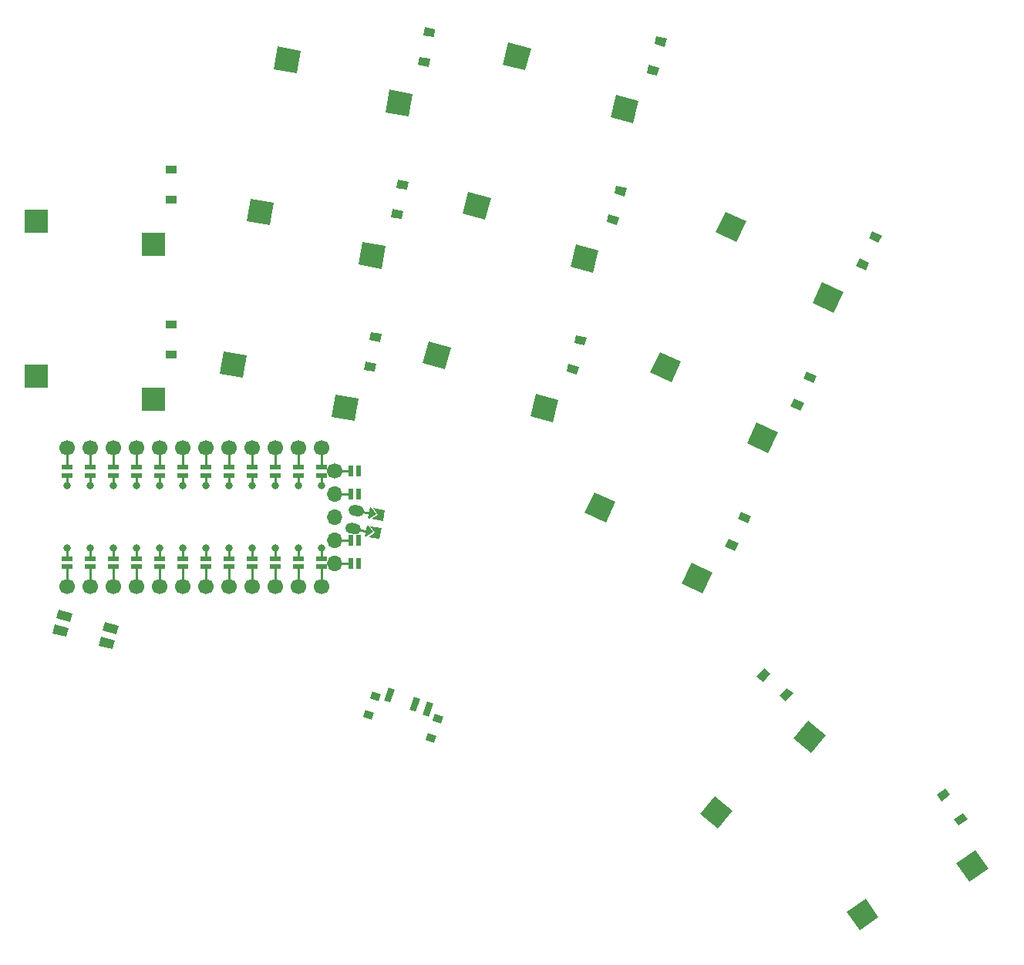
<source format=gtl>
G04 #@! TF.GenerationSoftware,KiCad,Pcbnew,8.0.8+1*
G04 #@! TF.CreationDate,2025-05-19T02:25:48+00:00*
G04 #@! TF.ProjectId,mearchlar_wireless,6d656172-6368-46c6-9172-5f776972656c,0.2*
G04 #@! TF.SameCoordinates,Original*
G04 #@! TF.FileFunction,Copper,L1,Top*
G04 #@! TF.FilePolarity,Positive*
%FSLAX46Y46*%
G04 Gerber Fmt 4.6, Leading zero omitted, Abs format (unit mm)*
G04 Created by KiCad (PCBNEW 8.0.8+1) date 2025-05-19 02:25:48*
%MOMM*%
%LPD*%
G01*
G04 APERTURE LIST*
G04 #@! TA.AperFunction,SMDPad,CuDef*
%ADD10R,2.550000X2.500000*%
G04 #@! TD*
G04 #@! TA.AperFunction,SMDPad,CuDef*
%ADD11R,1.200000X0.900000*%
G04 #@! TD*
G04 #@! TA.AperFunction,ComponentPad*
%ADD12C,1.700000*%
G04 #@! TD*
G04 #@! TA.AperFunction,ComponentPad*
%ADD13C,0.800000*%
G04 #@! TD*
G04 #@! TA.AperFunction,SMDPad,CuDef*
%ADD14R,1.200000X0.600000*%
G04 #@! TD*
G04 #@! TA.AperFunction,SMDPad,CuDef*
%ADD15R,0.600000X1.200000*%
G04 #@! TD*
G04 #@! TA.AperFunction,ComponentPad*
%ADD16O,1.700000X1.700000*%
G04 #@! TD*
G04 #@! TA.AperFunction,Conductor*
%ADD17C,0.250000*%
G04 #@! TD*
G04 APERTURE END LIST*
D10*
X92915000Y-85540000D03*
X105842000Y-88080000D03*
X92915000Y-68540000D03*
X105842000Y-71080000D03*
G04 #@! TA.AperFunction,SMDPad,CuDef*
G36*
X116054261Y-83261506D02*
G01*
X115620141Y-85723525D01*
X113108881Y-85280722D01*
X113543001Y-82818703D01*
X116054261Y-83261506D01*
G37*
G04 #@! TD.AperFunction*
G04 #@! TA.AperFunction,SMDPad,CuDef*
G36*
X128343804Y-88007668D02*
G01*
X127909684Y-90469687D01*
X125398424Y-90026884D01*
X125832544Y-87564865D01*
X128343804Y-88007668D01*
G37*
G04 #@! TD.AperFunction*
G04 #@! TA.AperFunction,SMDPad,CuDef*
G36*
X119006280Y-66519774D02*
G01*
X118572160Y-68981793D01*
X116060900Y-68538990D01*
X116495020Y-66076971D01*
X119006280Y-66519774D01*
G37*
G04 #@! TD.AperFunction*
G04 #@! TA.AperFunction,SMDPad,CuDef*
G36*
X131295823Y-71265936D02*
G01*
X130861703Y-73727955D01*
X128350443Y-73285152D01*
X128784563Y-70823133D01*
X131295823Y-71265936D01*
G37*
G04 #@! TD.AperFunction*
G04 #@! TA.AperFunction,SMDPad,CuDef*
G36*
X121958299Y-49778042D02*
G01*
X121524179Y-52240061D01*
X119012919Y-51797258D01*
X119447039Y-49335239D01*
X121958299Y-49778042D01*
G37*
G04 #@! TD.AperFunction*
G04 #@! TA.AperFunction,SMDPad,CuDef*
G36*
X134247842Y-54524204D02*
G01*
X133813722Y-56986223D01*
X131302462Y-56543420D01*
X131736582Y-54081401D01*
X134247842Y-54524204D01*
G37*
G04 #@! TD.AperFunction*
G04 #@! TA.AperFunction,SMDPad,CuDef*
G36*
X138457869Y-82377133D02*
G01*
X137810822Y-84791948D01*
X135347711Y-84131959D01*
X135994758Y-81717144D01*
X138457869Y-82377133D01*
G37*
G04 #@! TD.AperFunction*
G04 #@! TA.AperFunction,SMDPad,CuDef*
G36*
X150286992Y-88176338D02*
G01*
X149639945Y-90591153D01*
X147176834Y-89931164D01*
X147823881Y-87516349D01*
X150286992Y-88176338D01*
G37*
G04 #@! TD.AperFunction*
G04 #@! TA.AperFunction,SMDPad,CuDef*
G36*
X142857793Y-65956394D02*
G01*
X142210746Y-68371209D01*
X139747635Y-67711220D01*
X140394682Y-65296405D01*
X142857793Y-65956394D01*
G37*
G04 #@! TD.AperFunction*
G04 #@! TA.AperFunction,SMDPad,CuDef*
G36*
X154686916Y-71755599D02*
G01*
X154039869Y-74170414D01*
X151576758Y-73510425D01*
X152223805Y-71095610D01*
X154686916Y-71755599D01*
G37*
G04 #@! TD.AperFunction*
G04 #@! TA.AperFunction,SMDPad,CuDef*
G36*
X147257717Y-49535655D02*
G01*
X146610670Y-51950470D01*
X144147559Y-51290481D01*
X144794606Y-48875666D01*
X147257717Y-49535655D01*
G37*
G04 #@! TD.AperFunction*
G04 #@! TA.AperFunction,SMDPad,CuDef*
G36*
X159086840Y-55334860D02*
G01*
X158439793Y-57749675D01*
X155976682Y-57089686D01*
X156623729Y-54674871D01*
X159086840Y-55334860D01*
G37*
G04 #@! TD.AperFunction*
G04 #@! TA.AperFunction,SMDPad,CuDef*
G36*
X156543375Y-99358125D02*
G01*
X155486830Y-101623894D01*
X153175745Y-100546217D01*
X154232290Y-98280448D01*
X156543375Y-99358125D01*
G37*
G04 #@! TD.AperFunction*
G04 #@! TA.AperFunction,SMDPad,CuDef*
G36*
X167185765Y-107123333D02*
G01*
X166129220Y-109389102D01*
X163818135Y-108311425D01*
X164874680Y-106045656D01*
X167185765Y-107123333D01*
G37*
G04 #@! TD.AperFunction*
G04 #@! TA.AperFunction,SMDPad,CuDef*
G36*
X163727885Y-83950893D02*
G01*
X162671340Y-86216662D01*
X160360255Y-85138985D01*
X161416800Y-82873216D01*
X163727885Y-83950893D01*
G37*
G04 #@! TD.AperFunction*
G04 #@! TA.AperFunction,SMDPad,CuDef*
G36*
X174370275Y-91716101D02*
G01*
X173313730Y-93981870D01*
X171002645Y-92904193D01*
X172059190Y-90638424D01*
X174370275Y-91716101D01*
G37*
G04 #@! TD.AperFunction*
G04 #@! TA.AperFunction,SMDPad,CuDef*
G36*
X170912396Y-68543660D02*
G01*
X169855851Y-70809429D01*
X167544766Y-69731752D01*
X168601311Y-67465983D01*
X170912396Y-68543660D01*
G37*
G04 #@! TD.AperFunction*
G04 #@! TA.AperFunction,SMDPad,CuDef*
G36*
X181554786Y-76308868D02*
G01*
X180498241Y-78574637D01*
X178187156Y-77496960D01*
X179243701Y-75231191D01*
X181554786Y-76308868D01*
G37*
G04 #@! TD.AperFunction*
G04 #@! TA.AperFunction,SMDPad,CuDef*
G36*
X167468978Y-131657599D02*
G01*
X169384089Y-133264568D01*
X167744980Y-135217981D01*
X165829869Y-133611012D01*
X167468978Y-131657599D01*
G37*
G04 #@! TD.AperFunction*
G04 #@! TA.AperFunction,SMDPad,CuDef*
G36*
X177724046Y-123387623D02*
G01*
X179639157Y-124994592D01*
X178000048Y-126948005D01*
X176084937Y-125341036D01*
X177724046Y-123387623D01*
G37*
G04 #@! TD.AperFunction*
G04 #@! TA.AperFunction,SMDPad,CuDef*
G36*
X184001623Y-142937474D02*
G01*
X185435564Y-144985354D01*
X183346727Y-146447974D01*
X181912786Y-144400094D01*
X184001623Y-142937474D01*
G37*
G04 #@! TD.AperFunction*
G04 #@! TA.AperFunction,SMDPad,CuDef*
G36*
X196047686Y-137603498D02*
G01*
X197481627Y-139651378D01*
X195392790Y-141113998D01*
X193958849Y-139066118D01*
X196047686Y-137603498D01*
G37*
G04 #@! TD.AperFunction*
D11*
X107750000Y-79850000D03*
X107750000Y-83150000D03*
X107750000Y-62850000D03*
X107750000Y-66150000D03*
G04 #@! TA.AperFunction,SMDPad,CuDef*
G36*
X129666508Y-80696277D02*
G01*
X130848277Y-80904654D01*
X130691994Y-81790981D01*
X129510225Y-81582604D01*
X129666508Y-80696277D01*
G37*
G04 #@! TD.AperFunction*
G04 #@! TA.AperFunction,SMDPad,CuDef*
G36*
X129093470Y-83946143D02*
G01*
X130275239Y-84154520D01*
X130118956Y-85040847D01*
X128937187Y-84832470D01*
X129093470Y-83946143D01*
G37*
G04 #@! TD.AperFunction*
G04 #@! TA.AperFunction,SMDPad,CuDef*
G36*
X132618527Y-63954545D02*
G01*
X133800296Y-64162922D01*
X133644013Y-65049249D01*
X132462244Y-64840872D01*
X132618527Y-63954545D01*
G37*
G04 #@! TD.AperFunction*
G04 #@! TA.AperFunction,SMDPad,CuDef*
G36*
X132045489Y-67204411D02*
G01*
X133227258Y-67412788D01*
X133070975Y-68299115D01*
X131889206Y-68090738D01*
X132045489Y-67204411D01*
G37*
G04 #@! TD.AperFunction*
G04 #@! TA.AperFunction,SMDPad,CuDef*
G36*
X135570546Y-47212813D02*
G01*
X136752315Y-47421190D01*
X136596032Y-48307517D01*
X135414263Y-48099140D01*
X135570546Y-47212813D01*
G37*
G04 #@! TD.AperFunction*
G04 #@! TA.AperFunction,SMDPad,CuDef*
G36*
X134997508Y-50462679D02*
G01*
X136179277Y-50671056D01*
X136022994Y-51557383D01*
X134841225Y-51349006D01*
X134997508Y-50462679D01*
G37*
G04 #@! TD.AperFunction*
G04 #@! TA.AperFunction,SMDPad,CuDef*
G36*
X152241893Y-81008050D02*
G01*
X153401004Y-81318633D01*
X153168067Y-82187966D01*
X152008956Y-81877383D01*
X152241893Y-81008050D01*
G37*
G04 #@! TD.AperFunction*
G04 #@! TA.AperFunction,SMDPad,CuDef*
G36*
X151387791Y-84195606D02*
G01*
X152546902Y-84506189D01*
X152313965Y-85375522D01*
X151154854Y-85064939D01*
X151387791Y-84195606D01*
G37*
G04 #@! TD.AperFunction*
G04 #@! TA.AperFunction,SMDPad,CuDef*
G36*
X156641817Y-64587311D02*
G01*
X157800928Y-64897894D01*
X157567991Y-65767227D01*
X156408880Y-65456644D01*
X156641817Y-64587311D01*
G37*
G04 #@! TD.AperFunction*
G04 #@! TA.AperFunction,SMDPad,CuDef*
G36*
X155787715Y-67774867D02*
G01*
X156946826Y-68085450D01*
X156713889Y-68954783D01*
X155554778Y-68644200D01*
X155787715Y-67774867D01*
G37*
G04 #@! TD.AperFunction*
G04 #@! TA.AperFunction,SMDPad,CuDef*
G36*
X161041741Y-48166572D02*
G01*
X162200852Y-48477155D01*
X161967915Y-49346488D01*
X160808804Y-49035905D01*
X161041741Y-48166572D01*
G37*
G04 #@! TD.AperFunction*
G04 #@! TA.AperFunction,SMDPad,CuDef*
G36*
X160187639Y-51354128D02*
G01*
X161346750Y-51664711D01*
X161113813Y-52534044D01*
X159954702Y-52223461D01*
X160187639Y-51354128D01*
G37*
G04 #@! TD.AperFunction*
G04 #@! TA.AperFunction,SMDPad,CuDef*
G36*
X170355727Y-100403413D02*
G01*
X171443296Y-100910554D01*
X171062939Y-101726231D01*
X169975370Y-101219090D01*
X170355727Y-100403413D01*
G37*
G04 #@! TD.AperFunction*
G04 #@! TA.AperFunction,SMDPad,CuDef*
G36*
X168961087Y-103394229D02*
G01*
X170048656Y-103901370D01*
X169668299Y-104717047D01*
X168580730Y-104209906D01*
X168961087Y-103394229D01*
G37*
G04 #@! TD.AperFunction*
G04 #@! TA.AperFunction,SMDPad,CuDef*
G36*
X177540238Y-84996181D02*
G01*
X178627807Y-85503322D01*
X178247450Y-86318999D01*
X177159881Y-85811858D01*
X177540238Y-84996181D01*
G37*
G04 #@! TD.AperFunction*
G04 #@! TA.AperFunction,SMDPad,CuDef*
G36*
X176145598Y-87986997D02*
G01*
X177233167Y-88494138D01*
X176852810Y-89309815D01*
X175765241Y-88802674D01*
X176145598Y-87986997D01*
G37*
G04 #@! TD.AperFunction*
G04 #@! TA.AperFunction,SMDPad,CuDef*
G36*
X184724748Y-69588948D02*
G01*
X185812317Y-70096089D01*
X185431960Y-70911766D01*
X184344391Y-70404625D01*
X184724748Y-69588948D01*
G37*
G04 #@! TD.AperFunction*
G04 #@! TA.AperFunction,SMDPad,CuDef*
G36*
X183330108Y-72579764D02*
G01*
X184417677Y-73086905D01*
X184037320Y-73902582D01*
X182949751Y-73395441D01*
X183330108Y-72579764D01*
G37*
G04 #@! TD.AperFunction*
G04 #@! TA.AperFunction,SMDPad,CuDef*
G36*
X172053547Y-118586431D02*
G01*
X172824893Y-117667178D01*
X173514333Y-118245687D01*
X172742987Y-119164940D01*
X172053547Y-118586431D01*
G37*
G04 #@! TD.AperFunction*
G04 #@! TA.AperFunction,SMDPad,CuDef*
G36*
X174581493Y-120707631D02*
G01*
X175352839Y-119788378D01*
X176042279Y-120366887D01*
X175270933Y-121286140D01*
X174581493Y-120707631D01*
G37*
G04 #@! TD.AperFunction*
G04 #@! TA.AperFunction,SMDPad,CuDef*
G36*
X191813045Y-131498269D02*
G01*
X192796028Y-130809978D01*
X193312247Y-131547215D01*
X192329264Y-132235506D01*
X191813045Y-131498269D01*
G37*
G04 #@! TD.AperFunction*
G04 #@! TA.AperFunction,SMDPad,CuDef*
G36*
X193705847Y-134201471D02*
G01*
X194688830Y-133513180D01*
X195205049Y-134250417D01*
X194222066Y-134938708D01*
X193705847Y-134201471D01*
G37*
G04 #@! TD.AperFunction*
D12*
X96300000Y-108620000D03*
X96300000Y-93380000D03*
D13*
X96300000Y-104400000D03*
X96300000Y-97600000D03*
D14*
X96300000Y-106480000D03*
X96300000Y-105580000D03*
X96300000Y-96420000D03*
X96300000Y-95520000D03*
D12*
X98840000Y-108620000D03*
X98840000Y-93380000D03*
D13*
X98840000Y-104400000D03*
X98840000Y-97600000D03*
D14*
X98840000Y-106480000D03*
X98840000Y-105580000D03*
X98840000Y-96420000D03*
X98840000Y-95520000D03*
D12*
X101380000Y-108620000D03*
X101380000Y-93380000D03*
D13*
X101380000Y-104400000D03*
X101380000Y-97600000D03*
D14*
X101380000Y-106480000D03*
X101380000Y-105580000D03*
X101380000Y-96420000D03*
X101380000Y-95520000D03*
D12*
X103920000Y-108620000D03*
X103920000Y-93380000D03*
D13*
X103920000Y-104400000D03*
X103920000Y-97600000D03*
D14*
X103920000Y-106480000D03*
X103920000Y-105580000D03*
X103920000Y-96420000D03*
X103920000Y-95520000D03*
D12*
X106460000Y-108620000D03*
X106460000Y-93380000D03*
D13*
X106460000Y-104400000D03*
X106460000Y-97600000D03*
D14*
X106460000Y-106480000D03*
X106460000Y-105580000D03*
X106460000Y-96420000D03*
X106460000Y-95520000D03*
D12*
X109000000Y-108620000D03*
X109000000Y-93380000D03*
D13*
X109000000Y-104400000D03*
X109000000Y-97600000D03*
D14*
X109000000Y-106480000D03*
X109000000Y-105580000D03*
X109000000Y-96420000D03*
X109000000Y-95520000D03*
D12*
X111540000Y-108620000D03*
X111540000Y-93380000D03*
D13*
X111540000Y-104400000D03*
X111540000Y-97600000D03*
D14*
X111540000Y-106480000D03*
X111540000Y-105580000D03*
X111540000Y-96420000D03*
X111540000Y-95520000D03*
D12*
X114080000Y-108620000D03*
X114080000Y-93380000D03*
D13*
X114080000Y-104400000D03*
X114080000Y-97600000D03*
D14*
X114080000Y-106480000D03*
X114080000Y-105580000D03*
X114080000Y-96420000D03*
X114080000Y-95520000D03*
D12*
X116620000Y-108620000D03*
X116620000Y-93380000D03*
D13*
X116620000Y-104400000D03*
X116620000Y-97600000D03*
D14*
X116620000Y-106480000D03*
X116620000Y-105580000D03*
X116620000Y-96420000D03*
X116620000Y-95520000D03*
D12*
X119160000Y-108620000D03*
X119160000Y-93380000D03*
D13*
X119160000Y-104400000D03*
X119160000Y-97600000D03*
D14*
X119160000Y-106480000D03*
X119160000Y-105580000D03*
X119160000Y-96420000D03*
X119160000Y-95520000D03*
D12*
X121700000Y-108620000D03*
X121700000Y-93380000D03*
D13*
X121700000Y-104400000D03*
X121700000Y-97600000D03*
D14*
X121700000Y-106480000D03*
X121700000Y-105580000D03*
X121700000Y-96420000D03*
X121700000Y-95520000D03*
D12*
X124240000Y-108620000D03*
X124240000Y-93380000D03*
D13*
X124240000Y-104400000D03*
X124240000Y-97600000D03*
D14*
X124240000Y-106480000D03*
X124240000Y-105580000D03*
X124240000Y-96420000D03*
X124240000Y-95520000D03*
D15*
X127450000Y-106080000D03*
X127450000Y-103540000D03*
X127450000Y-98460000D03*
X127450000Y-95920000D03*
X128350000Y-106080000D03*
X128350000Y-103540000D03*
X128350000Y-98460000D03*
X128350000Y-95920000D03*
D16*
X125700000Y-106080000D03*
X125700000Y-103540000D03*
X125700000Y-101000000D03*
X125700000Y-98460000D03*
D12*
X125700000Y-95920000D03*
G04 #@! TA.AperFunction,SMDPad,CuDef*
G36*
X135670549Y-125467872D02*
G01*
X135944165Y-124716118D01*
X136883857Y-125058138D01*
X136610241Y-125809892D01*
X135670549Y-125467872D01*
G37*
G04 #@! TD.AperFunction*
G04 #@! TA.AperFunction,SMDPad,CuDef*
G36*
X136426414Y-123391151D02*
G01*
X136700030Y-122639397D01*
X137639722Y-122981417D01*
X137366106Y-123733171D01*
X136426414Y-123391151D01*
G37*
G04 #@! TD.AperFunction*
G04 #@! TA.AperFunction,SMDPad,CuDef*
G36*
X129566658Y-120894404D02*
G01*
X129840274Y-120142650D01*
X130779966Y-120484670D01*
X130506350Y-121236424D01*
X129566658Y-120894404D01*
G37*
G04 #@! TD.AperFunction*
G04 #@! TA.AperFunction,SMDPad,CuDef*
G36*
X128810793Y-122971125D02*
G01*
X129084409Y-122219371D01*
X130024101Y-122561391D01*
X129750485Y-123313145D01*
X128810793Y-122971125D01*
G37*
G04 #@! TD.AperFunction*
G04 #@! TA.AperFunction,SMDPad,CuDef*
G36*
X131125787Y-121142627D02*
G01*
X131638818Y-119733088D01*
X132296603Y-119972503D01*
X131783572Y-121382042D01*
X131125787Y-121142627D01*
G37*
G04 #@! TD.AperFunction*
G04 #@! TA.AperFunction,SMDPad,CuDef*
G36*
X133944864Y-122168687D02*
G01*
X134457895Y-120759148D01*
X135115680Y-120998563D01*
X134602649Y-122408102D01*
X133944864Y-122168687D01*
G37*
G04 #@! TD.AperFunction*
G04 #@! TA.AperFunction,SMDPad,CuDef*
G36*
X135354403Y-122681718D02*
G01*
X135867434Y-121272179D01*
X136525219Y-121511594D01*
X136012188Y-122921133D01*
X135354403Y-122681718D01*
G37*
G04 #@! TD.AperFunction*
G04 #@! TA.AperFunction,SMDPad,CuDef*
G36*
X94735869Y-113781811D02*
G01*
X94994688Y-112815885D01*
X96491873Y-113217055D01*
X96233054Y-114182981D01*
X94735869Y-113781811D01*
G37*
G04 #@! TD.AperFunction*
G04 #@! TA.AperFunction,SMDPad,CuDef*
G36*
X95175861Y-112139737D02*
G01*
X95434680Y-111173811D01*
X96931865Y-111574981D01*
X96673046Y-112540907D01*
X95175861Y-112139737D01*
G37*
G04 #@! TD.AperFunction*
G04 #@! TA.AperFunction,SMDPad,CuDef*
G36*
X99806979Y-115140611D02*
G01*
X100065798Y-114174685D01*
X101562983Y-114575855D01*
X101304164Y-115541781D01*
X99806979Y-115140611D01*
G37*
G04 #@! TD.AperFunction*
G04 #@! TA.AperFunction,SMDPad,CuDef*
G36*
X100246971Y-113498537D02*
G01*
X100505790Y-112532611D01*
X102002975Y-112933781D01*
X101744156Y-113899707D01*
X100246971Y-113498537D01*
G37*
G04 #@! TD.AperFunction*
G04 #@! TA.AperFunction,ComponentPad*
G36*
G01*
X127904236Y-102928011D02*
X127362592Y-102832505D01*
G75*
G02*
X126875896Y-102137431I104189J590885D01*
G01*
X126875896Y-102137431D01*
G75*
G02*
X127570970Y-101650735I590885J-104189D01*
G01*
X128112614Y-101746241D01*
G75*
G02*
X128599310Y-102441315I-104189J-590885D01*
G01*
X128599310Y-102441315D01*
G75*
G02*
X127904236Y-102928011I-590885J104189D01*
G01*
G37*
G04 #@! TD.AperFunction*
G04 #@! TA.AperFunction,ComponentPad*
G36*
G01*
X128251532Y-100958395D02*
X127709888Y-100862889D01*
G75*
G02*
X127223192Y-100167815I104189J590885D01*
G01*
X127223192Y-100167815D01*
G75*
G02*
X127918266Y-99681119I590885J-104189D01*
G01*
X128459910Y-99776625D01*
G75*
G02*
X128946606Y-100471699I-104189J-590885D01*
G01*
X128946606Y-100471699D01*
G75*
G02*
X128251532Y-100958395I-590885J104189D01*
G01*
G37*
G04 #@! TD.AperFunction*
G04 #@! TA.AperFunction,SMDPad,CuDef*
G36*
X129209107Y-103158094D02*
G01*
X129012145Y-103123364D01*
X129220523Y-101941595D01*
X129417484Y-101976325D01*
X129904180Y-102671398D01*
X129209107Y-103158094D01*
G37*
G04 #@! TD.AperFunction*
G04 #@! TA.AperFunction,SMDPad,CuDef*
G36*
X129556403Y-101188479D02*
G01*
X129359441Y-101153749D01*
X129567819Y-99971980D01*
X129764780Y-100006710D01*
X130251476Y-100701783D01*
X129556403Y-101188479D01*
G37*
G04 #@! TD.AperFunction*
G04 #@! TA.AperFunction,SMDPad,CuDef*
G36*
X129421824Y-103195602D02*
G01*
X130116898Y-102708907D01*
X129630202Y-102013833D01*
X130861212Y-102230893D01*
X130652834Y-103412663D01*
X129421824Y-103195602D01*
G37*
G04 #@! TD.AperFunction*
G04 #@! TA.AperFunction,SMDPad,CuDef*
G36*
X129769121Y-101225987D02*
G01*
X130464195Y-100739292D01*
X129977499Y-100044218D01*
X131208509Y-100261278D01*
X131000131Y-101443048D01*
X129769121Y-101225987D01*
G37*
G04 #@! TD.AperFunction*
D17*
X96300000Y-96420000D02*
X96300000Y-97600000D01*
X96300000Y-105580000D02*
X96300000Y-104400000D01*
X96300000Y-108620000D02*
X96300000Y-106500000D01*
X96300000Y-95500000D02*
X96300000Y-93380000D01*
X98840000Y-96420000D02*
X98840000Y-97600000D01*
X98840000Y-105580000D02*
X98840000Y-104400000D01*
X98840000Y-108620000D02*
X98840000Y-106500000D01*
X98840000Y-95500000D02*
X98840000Y-93380000D01*
X101380000Y-96420000D02*
X101380000Y-97600000D01*
X101380000Y-105580000D02*
X101380000Y-104400000D01*
X101380000Y-108620000D02*
X101380000Y-106500000D01*
X101380000Y-95500000D02*
X101380000Y-93380000D01*
X103920000Y-96420000D02*
X103920000Y-97600000D01*
X103920000Y-105580000D02*
X103920000Y-104400000D01*
X103920000Y-108620000D02*
X103920000Y-106500000D01*
X103920000Y-95500000D02*
X103920000Y-93380000D01*
X106460000Y-96420000D02*
X106460000Y-97600000D01*
X106460000Y-105580000D02*
X106460000Y-104400000D01*
X106460000Y-108620000D02*
X106460000Y-106500000D01*
X106460000Y-95500000D02*
X106460000Y-93380000D01*
X109000000Y-96420000D02*
X109000000Y-97600000D01*
X109000000Y-105580000D02*
X109000000Y-104400000D01*
X109000000Y-108620000D02*
X109000000Y-106500000D01*
X109000000Y-95500000D02*
X109000000Y-93380000D01*
X111540000Y-96420000D02*
X111540000Y-97600000D01*
X111540000Y-105580000D02*
X111540000Y-104400000D01*
X111540000Y-108620000D02*
X111540000Y-106500000D01*
X111540000Y-95500000D02*
X111540000Y-93380000D01*
X114080000Y-96420000D02*
X114080000Y-97600000D01*
X114080000Y-105580000D02*
X114080000Y-104400000D01*
X114080000Y-108620000D02*
X114080000Y-106500000D01*
X114080000Y-95500000D02*
X114080000Y-93380000D01*
X116620000Y-96420000D02*
X116620000Y-97600000D01*
X116620000Y-105580000D02*
X116620000Y-104400000D01*
X116620000Y-108620000D02*
X116620000Y-106500000D01*
X116620000Y-95500000D02*
X116620000Y-93380000D01*
X119160000Y-96420000D02*
X119160000Y-97600000D01*
X119160000Y-105580000D02*
X119160000Y-104400000D01*
X119160000Y-108620000D02*
X119160000Y-106500000D01*
X119160000Y-95500000D02*
X119160000Y-93380000D01*
X121700000Y-96420000D02*
X121700000Y-97600000D01*
X121700000Y-105580000D02*
X121700000Y-104400000D01*
X121700000Y-108620000D02*
X121700000Y-106500000D01*
X121700000Y-95500000D02*
X121700000Y-93380000D01*
X124240000Y-96420000D02*
X124240000Y-97600000D01*
X124240000Y-105580000D02*
X124240000Y-104400000D01*
X124240000Y-108620000D02*
X124240000Y-106500000D01*
X124240000Y-95500000D02*
X124240000Y-93380000D01*
X125700000Y-106080000D02*
X127450000Y-106080000D01*
X125700000Y-103540000D02*
X127450000Y-103540000D01*
X125700000Y-98460000D02*
X127450000Y-98460000D01*
X125700000Y-95920000D02*
X127450000Y-95920000D01*
X129510257Y-102601940D02*
X127737603Y-102289373D01*
X129857553Y-100632324D02*
X128084899Y-100319758D01*
M02*

</source>
